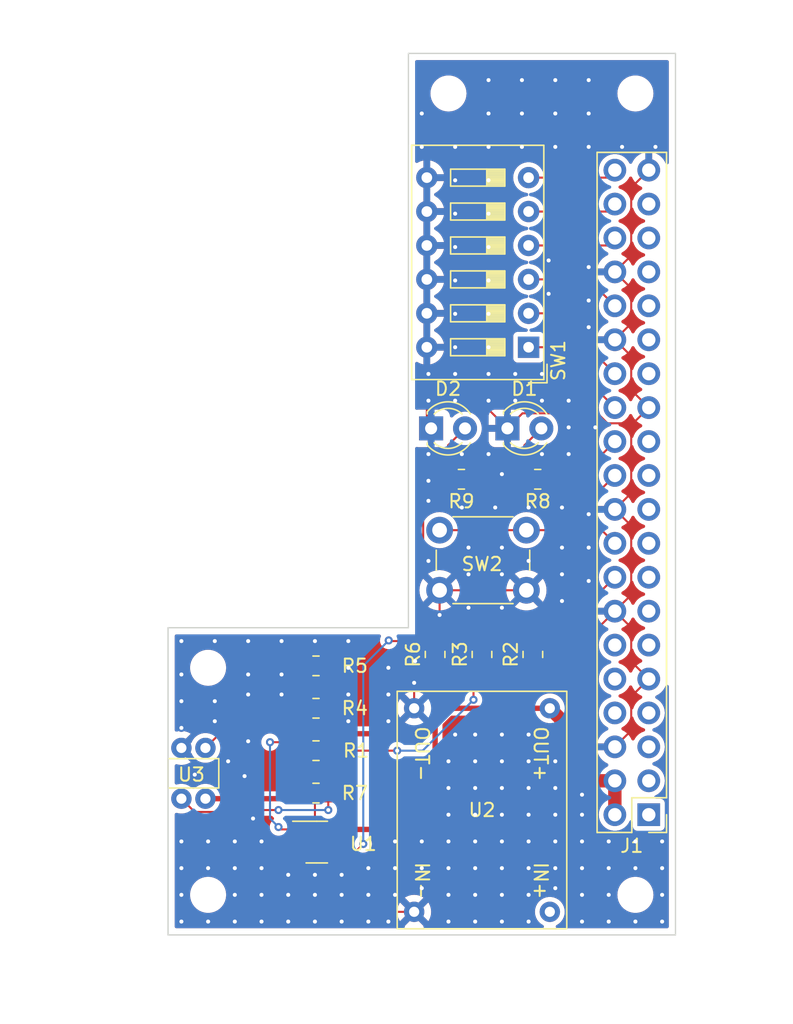
<source format=kicad_pcb>
(kicad_pcb (version 20221018) (generator pcbnew)
  (layers (0 "F.Cu" signal) (31 "B.Cu" signal) (34 "B.Paste" user) (35 "F.Paste" user) (36 "B.SilkS" user "B.Silkscreen") (37 "F.SilkS" user "F.Silkscreen") (38 "B.Mask" user) (39 "F.Mask" user) (44 "Edge.Cuts" user))
  (net 0 "")
  (net 1 "GND")
  (net 2 "Net-(D1-A)")
  (net 3 "Net-(D2-A)")
  (net 5 "+5V")
  (net 15 "Net-(J1-GPIO23)")
  (net 17 "Net-(J1-GPIO24)")
  (net 20 "Net-(J1-GPIO25)")
  (net 22 "Net-(J1-~{CE1}{slash}GPIO7)")
  (net 24 "Net-(J1-ID_SC{slash}GPIO1)")
  (net 27 "Net-(J1-PWM0{slash}GPIO12)")
  (net 30 "Net-(J1-GPIO16)")
  (net 32 "Net-(J1-GPIO20{slash}MOSI1)")
  (net 33 "Net-(J1-GPIO21{slash}SCLK1)")
  (net 34 "Net-(U1-+)")
  (net 35 "Net-(R4-Pad1)")
  (net 36 "Net-(U1--)")
  (net 37 "Net-(U3-A)")
  (net 38 "+9V")
  (net 39 "Net-(J1-~{CE0}{slash}GPIO8)")
  (footprint "LED_THT:LED_D3.0mm" (layer "F.Cu") (at 145.415 92.075)
    (fp_text reference "D1" (at 1.27 -2.96) (layer "F.SilkS"))
    (fp_text value "LED RED")
    (pad "1" thru_hole rect (at 0 0) (size 1.8 1.8) (drill 0.9) (layers "*.Cu" "*.Mask") (net 1 "GND"))
    (pad "2" thru_hole circle (at 2.54 0) (size 1.8 1.8) (drill 0.9) (layers "*.Cu" "*.Mask") (net 2 "Net-(D1-A)"))
  )
  (footprint "MountingHole:MountingHole_2.2mm_M2" (layer "F.Cu") (at 155 127)
    (fp_text reference "MH1" hide)
    (fp_text value "MountingHole_2.2mm_M2" hide)
    (pad "" np_thru_hole circle (at 0 0) (size 2.2 2.2) (drill 2.2) (layers "F&B.Cu" "*.Mask"))
  )
  (footprint "Connector_PinHeader_2.54mm:PinHeader_2x20_P2.54mm_Vertical" (layer "F.Cu") (at 156 121 180)
    (fp_text reference "J1" (at 1.27 -2.33) (layer "F.SilkS"))
    (fp_text value "Raspberry_Pi_zero2W")
    (pad "1" thru_hole rect (at 0 0 180) (size 1.7 1.7) (drill 1) (layers "*.Cu" "*.Mask"))
    (pad "2" thru_hole oval (at 2.54 0 180) (size 1.7 1.7) (drill 1) (layers "*.Cu" "*.Mask") (net 5 "+5V"))
    (pad "3" thru_hole oval (at 0 2.54 180) (size 1.7 1.7) (drill 1) (layers "*.Cu" "*.Mask"))
    (pad "4" thru_hole oval (at 2.54 2.54 180) (size 1.7 1.7) (drill 1) (layers "*.Cu" "*.Mask") (net 5 "+5V"))
    (pad "5" thru_hole oval (at 0 5.08 180) (size 1.7 1.7) (drill 1) (layers "*.Cu" "*.Mask"))
    (pad "6" thru_hole oval (at 2.54 5.08 180) (size 1.7 1.7) (drill 1) (layers "*.Cu" "*.Mask") (net 1 "GND"))
    (pad "7" thru_hole oval (at 0 7.62 180) (size 1.7 1.7) (drill 1) (layers "*.Cu" "*.Mask"))
    (pad "8" thru_hole oval (at 2.54 7.62 180) (size 1.7 1.7) (drill 1) (layers "*.Cu" "*.Mask"))
    (pad "9" thru_hole oval (at 0 10.16 180) (size 1.7 1.7) (drill 1) (layers "*.Cu" "*.Mask") (net 1 "GND"))
    (pad "10" thru_hole oval (at 2.54 10.16 180) (size 1.7 1.7) (drill 1) (layers "*.Cu" "*.Mask"))
    (pad "11" thru_hole oval (at 0 12.7 180) (size 1.7 1.7) (drill 1) (layers "*.Cu" "*.Mask"))
    (pad "12" thru_hole oval (at 2.54 12.7 180) (size 1.7 1.7) (drill 1) (layers "*.Cu" "*.Mask"))
    (pad "13" thru_hole oval (at 0 15.24 180) (size 1.7 1.7) (drill 1) (layers "*.Cu" "*.Mask"))
    (pad "14" thru_hole oval (at 2.54 15.24 180) (size 1.7 1.7) (drill 1) (layers "*.Cu" "*.Mask") (net 1 "GND"))
    (pad "15" thru_hole oval (at 0 17.78 180) (size 1.7 1.7) (drill 1) (layers "*.Cu" "*.Mask"))
    (pad "16" thru_hole oval (at 2.54 17.78 180) (size 1.7 1.7) (drill 1) (layers "*.Cu" "*.Mask") (net 15 "Net-(J1-GPIO23)"))
    (pad "17" thru_hole oval (at 0 20.32 180) (size 1.7 1.7) (drill 1) (layers "*.Cu" "*.Mask"))
    (pad "18" thru_hole oval (at 2.54 20.32 180) (size 1.7 1.7) (drill 1) (layers "*.Cu" "*.Mask") (net 17 "Net-(J1-GPIO24)"))
    (pad "19" thru_hole oval (at 0 22.86 180) (size 1.7 1.7) (drill 1) (layers "*.Cu" "*.Mask"))
    (pad "20" thru_hole oval (at 2.54 22.86 180) (size 1.7 1.7) (drill 1) (layers "*.Cu" "*.Mask") (net 1 "GND"))
    (pad "21" thru_hole oval (at 0 25.4 180) (size 1.7 1.7) (drill 1) (layers "*.Cu" "*.Mask"))
    (pad "22" thru_hole oval (at 2.54 25.4 180) (size 1.7 1.7) (drill 1) (layers "*.Cu" "*.Mask") (net 20 "Net-(J1-GPIO25)"))
    (pad "23" thru_hole oval (at 0 27.94 180) (size 1.7 1.7) (drill 1) (layers "*.Cu" "*.Mask"))
    (pad "24" thru_hole oval (at 2.54 27.94 180) (size 1.7 1.7) (drill 1) (layers "*.Cu" "*.Mask") (net 39 "Net-(J1-~{CE0}{slash}GPIO8)"))
    (pad "25" thru_hole oval (at 0 30.48 180) (size 1.7 1.7) (drill 1) (layers "*.Cu" "*.Mask") (net 1 "GND"))
    (pad "26" thru_hole oval (at 2.54 30.48 180) (size 1.7 1.7) (drill 1) (layers "*.Cu" "*.Mask") (net 22 "Net-(J1-~{CE1}{slash}GPIO7)"))
    (pad "27" thru_hole oval (at 0 33.02 180) (size 1.7 1.7) (drill 1) (layers "*.Cu" "*.Mask"))
    (pad "28" thru_hole oval (at 2.54 33.02 180) (size 1.7 1.7) (drill 1) (layers "*.Cu" "*.Mask") (net 24 "Net-(J1-ID_SC{slash}GPIO1)"))
    (pad "29" thru_hole oval (at 0 35.56 180) (size 1.7 1.7) (drill 1) (layers "*.Cu" "*.Mask"))
    (pad "30" thru_hole oval (at 2.54 35.56 180) (size 1.7 1.7) (drill 1) (layers "*.Cu" "*.Mask") (net 1 "GND"))
    (pad "31" thru_hole oval (at 0 38.1 180) (size 1.7 1.7) (drill 1) (layers "*.Cu" "*.Mask"))
    (pad "32" thru_hole oval (at 2.54 38.1 180) (size 1.7 1.7) (drill 1) (layers "*.Cu" "*.Mask") (net 27 "Net-(J1-PWM0{slash}GPIO12)"))
    (pad "33" thru_hole oval (at 0 40.64 180) (size 1.7 1.7) (drill 1) (layers "*.Cu" "*.Mask"))
    (pad "34" thru_hole oval (at 2.54 40.64 180) (size 1.7 1.7) (drill 1) (layers "*.Cu" "*.Mask") (net 1 "GND"))
    (pad "35" thru_hole oval (at 0 43.18 180) (size 1.7 1.7) (drill 1) (layers "*.Cu" "*.Mask"))
    (pad "36" thru_hole oval (at 2.54 43.18 180) (size 1.7 1.7) (drill 1) (layers "*.Cu" "*.Mask") (net 30 "Net-(J1-GPIO16)"))
    (pad "37" thru_hole oval (at 0 45.72 180) (size 1.7 1.7) (drill 1) (layers "*.Cu" "*.Mask"))
    (pad "38" thru_hole oval (at 2.54 45.72 180) (size 1.7 1.7) (drill 1) (layers "*.Cu" "*.Mask") (net 32 "Net-(J1-GPIO20{slash}MOSI1)"))
    (pad "39" thru_hole oval (at 0 48.26 180) (size 1.7 1.7) (drill 1) (layers "*.Cu" "*.Mask") (net 1 "GND"))
    (pad "40" thru_hole oval (at 2.54 48.26 180) (size 1.7 1.7) (drill 1) (layers "*.Cu" "*.Mask") (net 33 "Net-(J1-GPIO21{slash}SCLK1)"))
  )
  (footprint "Crockwork_Cinecamera:LBR-123F" (layer "F.Cu") (at 121 116 -90)
    (fp_text reference "U3" (at 2 -0.75 unlocked) (layer "F.SilkS"))
    (fp_text value "LBR-123F")
    (pad "1" thru_hole circle (at 0 0 270) (size 1.524 1.524) (drill 0.762) (layers "*.Cu" "*.Mask") (net 1 "GND"))
    (pad "2" thru_hole circle (at 3.8 0 270) (size 1.524 1.524) (drill 0.762) (layers "*.Cu" "*.Mask") (net 37 "Net-(U3-A)"))
    (pad "3" thru_hole circle (at 0 -1.8 270) (size 1.524 1.524) (drill 0.762) (layers "*.Cu" "*.Mask") (net 35 "Net-(R4-Pad1)"))
    (pad "4" thru_hole circle (at 3.8 -1.8 270) (size 1.524 1.524) (drill 0.762) (layers "*.Cu" "*.Mask") (net 5 "+5V"))
  )
  (footprint "Button_Switch_THT:SW_PUSH_6mm" (layer "F.Cu") (at 146.835 104.195 180)
    (fp_text reference "SW2" (at 3.325 1.96) (layer "F.SilkS"))
    (fp_text value "SW_shutdown")
    (pad "1" thru_hole circle (at 0 0 270) (size 2 2) (drill 1.1) (layers "*.Cu" "*.Mask") (net 1 "GND"))
    (pad "1" thru_hole circle (at 6.5 0 270) (size 2 2) (drill 1.1) (layers "*.Cu" "*.Mask") (net 1 "GND"))
    (pad "2" thru_hole circle (at 0 4.5 270) (size 2 2) (drill 1.1) (layers "*.Cu" "*.Mask") (net 17 "Net-(J1-GPIO24)"))
    (pad "2" thru_hole circle (at 6.5 4.5 270) (size 2 2) (drill 1.1) (layers "*.Cu" "*.Mask") (net 17 "Net-(J1-GPIO24)"))
  )
  (footprint "Package_TO_SOT_SMD:SOT-23-5" (layer "F.Cu") (at 131.1375 123.05)
    (fp_text reference "U1" (at 3.4825 0.14) (layer "F.SilkS"))
    (fp_text value "LM397")
    (pad "1" smd roundrect (at -1.1375 -0.95) (size 1.325 0.6) (layers "F.Cu" "F.Paste" "F.Mask") (net 36 "Net-(U1--)"))
    (pad "2" smd roundrect (at -1.1375 0) (size 1.325 0.6) (layers "F.Cu" "F.Paste" "F.Mask") (net 1 "GND"))
    (pad "3" smd roundrect (at -1.1375 0.95) (size 1.325 0.6) (layers "F.Cu" "F.Paste" "F.Mask") (net 34 "Net-(U1-+)"))
    (pad "4" smd roundrect (at 1.1375 0.95) (size 1.325 0.6) (layers "F.Cu" "F.Paste" "F.Mask") (net 15 "Net-(J1-GPIO23)"))
    (pad "5" smd roundrect (at 1.1375 -0.95) (size 1.325 0.6) (layers "F.Cu" "F.Paste" "F.Mask") (net 5 "+5V"))
  )
  (footprint "Button_Switch_THT:SW_DIP_SPSTx06_Slide_9.78x17.42mm_W7.62mm_P2.54mm" (layer "F.Cu") (at 147 86 180)
    (fp_text reference "SW1" (at -2.225 -0.995 90) (layer "F.SilkS"))
    (fp_text value "SW_DIP_x06")
    (pad "1" thru_hole rect (at 0 0 180) (size 1.6 1.6) (drill 0.8) (layers "*.Cu" "*.Mask") (net 22 "Net-(J1-~{CE1}{slash}GPIO7)"))
    (pad "2" thru_hole oval (at 0 2.54 180) (size 1.6 1.6) (drill 0.8) (layers "*.Cu" "*.Mask") (net 24 "Net-(J1-ID_SC{slash}GPIO1)"))
    (pad "3" thru_hole oval (at 0 5.08 180) (size 1.6 1.6) (drill 0.8) (layers "*.Cu" "*.Mask") (net 27 "Net-(J1-PWM0{slash}GPIO12)"))
    (pad "4" thru_hole oval (at 0 7.62 180) (size 1.6 1.6) (drill 0.8) (layers "*.Cu" "*.Mask") (net 30 "Net-(J1-GPIO16)"))
    (pad "5" thru_hole oval (at 0 10.16 180) (size 1.6 1.6) (drill 0.8) (layers "*.Cu" "*.Mask") (net 32 "Net-(J1-GPIO20{slash}MOSI1)"))
    (pad "6" thru_hole oval (at 0 12.7 180) (size 1.6 1.6) (drill 0.8) (layers "*.Cu" "*.Mask") (net 33 "Net-(J1-GPIO21{slash}SCLK1)"))
    (pad "7" thru_hole oval (at 7.62 12.7 180) (size 1.6 1.6) (drill 0.8) (layers "*.Cu" "*.Mask") (net 1 "GND"))
    (pad "8" thru_hole oval (at 7.62 10.16 180) (size 1.6 1.6) (drill 0.8) (layers "*.Cu" "*.Mask") (net 1 "GND"))
    (pad "9" thru_hole oval (at 7.62 7.62 180) (size 1.6 1.6) (drill 0.8) (layers "*.Cu" "*.Mask") (net 1 "GND"))
    (pad "10" thru_hole oval (at 7.62 5.08 180) (size 1.6 1.6) (drill 0.8) (layers "*.Cu" "*.Mask") (net 1 "GND"))
    (pad "11" thru_hole oval (at 7.62 2.54 180) (size 1.6 1.6) (drill 0.8) (layers "*.Cu" "*.Mask") (net 1 "GND"))
    (pad "12" thru_hole oval (at 7.62 0 180) (size 1.6 1.6) (drill 0.8) (layers "*.Cu" "*.Mask") (net 1 "GND"))
  )
  (footprint "MountingHole:MountingHole_2.2mm_M2" (layer "F.Cu") (at 155 67)
    (fp_text reference "MH1" hide)
    (fp_text value "MountingHole_2.2mm_M2" hide)
    (pad "" np_thru_hole circle (at 0 0) (size 2.2 2.2) (drill 2.2) (layers "F&B.Cu" "*.Mask"))
  )
  (footprint "Crockwork_Cinecamera:MP2307 DC-DC Board" (layer "F.Cu") (at 148.59 128.27 180)
    (fp_text reference "U2" (at 5.08 7.62 unlocked) (layer "F.SilkS"))
    (fp_text value "~")
    (fp_text user "OUT-" (at 10.16 13.97 270 unlocked) (layer "F.SilkS") (effects (justify left bottom)))
    (fp_text user "IN-" (at 10.16 3.81 270 unlocked) (layer "F.SilkS") (effects (justify left bottom)))
    (fp_text user "OUT+" (at 1.27 13.97 270 unlocked) (layer "F.SilkS") (effects (justify left bottom)))
    (fp_text user "IN+" (at 1.27 3.81 270 unlocked) (layer "F.SilkS") (effects (justify left bottom)))
    (pad "1" thru_hole circle (at 0 0 180) (size 1.524 1.524) (drill 0.762) (layers "*.Cu" "*.Mask") (net 38 "+9V"))
    (pad "2" thru_hole circle (at 10.16 0 180) (size 1.524 1.524) (drill 0.762) (layers "*.Cu" "*.Mask") (net 1 "GND"))
    (pad "3" thru_hole circle (at 0 15.24 180) (size 1.524 1.524) (drill 0.762) (layers "*.Cu" "*.Mask") (net 5 "+5V"))
    (pad "4" thru_hole circle (at 10.16 15.24 180) (size 1.524 1.524) (drill 0.762) (layers "*.Cu" "*.Mask") (net 1 "GND"))
  )
  (footprint "Resistor_SMD:R_0805_2012Metric_Pad1.20x1.40mm_HandSolder" (layer "F.Cu") (at 147.685 95.885 180)
    (fp_text reference "R8" (at 0 -1.65) (layer "F.SilkS"))
    (fp_text value "1k")
    (pad "1" smd roundrect (at -1 0 180) (size 1.2 1.4) (layers "F.Cu" "F.Paste" "F.Mask") (roundrect_rratio 0.208333) (net 39 "Net-(J1-~{CE0}{slash}GPIO8)"))
    (pad "2" smd roundrect (at 1 0 180) (size 1.2 1.4) (layers "F.Cu" "F.Paste" "F.Mask") (roundrect_rratio 0.208333) (net 2 "Net-(D1-A)"))
  )
  (footprint "Resistor_SMD:R_0805_2012Metric_Pad1.20x1.40mm_HandSolder" (layer "F.Cu") (at 140 109 90)
    (fp_text reference "R6" (at 0 -1.65 90) (layer "F.SilkS"))
    (fp_text value "2k2")
    (pad "1" smd roundrect (at -1 0 90) (size 1.2 1.4) (layers "F.Cu" "F.Paste" "F.Mask") (roundrect_rratio 0.208333) (net 5 "+5V"))
    (pad "2" smd roundrect (at 1 0 90) (size 1.2 1.4) (layers "F.Cu" "F.Paste" "F.Mask") (roundrect_rratio 0.208333) (net 15 "Net-(J1-GPIO23)"))
  )
  (footprint "LED_THT:LED_D3.0mm" (layer "F.Cu") (at 139.7 92.075)
    (fp_text reference "D2" (at 1.27 -2.96) (layer "F.SilkS"))
    (fp_text value "LED GREEN")
    (pad "1" thru_hole rect (at 0 0) (size 1.8 1.8) (drill 0.9) (layers "*.Cu" "*.Mask") (net 1 "GND"))
    (pad "2" thru_hole circle (at 2.54 0) (size 1.8 1.8) (drill 0.9) (layers "*.Cu" "*.Mask") (net 3 "Net-(D2-A)"))
  )
  (footprint "Resistor_SMD:R_0805_2012Metric_Pad1.20x1.40mm_HandSolder" (layer "F.Cu") (at 131.08 119.38)
    (fp_text reference "R7" (at 2.905 0) (layer "F.SilkS"))
    (fp_text value "220")
    (pad "1" smd roundrect (at -1 0) (size 1.2 1.4) (layers "F.Cu" "F.Paste" "F.Mask") (roundrect_rratio 0.208333) (net 5 "+5V"))
    (pad "2" smd roundrect (at 1 0) (size 1.2 1.4) (layers "F.Cu" "F.Paste" "F.Mask") (roundrect_rratio 0.208333) (net 37 "Net-(U3-A)"))
  )
  (footprint "Resistor_SMD:R_0805_2012Metric_Pad1.20x1.40mm_HandSolder" (layer "F.Cu") (at 131.08 116.205)
    (fp_text reference "R1" (at 3 0) (layer "F.SilkS"))
    (fp_text value "36k")
    (pad "1" smd roundrect (at -1 0) (size 1.2 1.4) (layers "F.Cu" "F.Paste" "F.Mask") (roundrect_rratio 0.208333) (net 5 "+5V"))
    (pad "2" smd roundrect (at 1 0) (size 1.2 1.4) (layers "F.Cu" "F.Paste" "F.Mask") (roundrect_rratio 0.208333) (net 34 "Net-(U1-+)"))
  )
  (footprint "MountingHole:MountingHole_2.2mm_M2" (layer "F.Cu") (at 123 127)
    (fp_text reference "MH1" hide)
    (fp_text value "MountingHole_2.2mm_M2" hide)
    (pad "" np_thru_hole circle (at 0 0) (size 2.2 2.2) (drill 2.2) (layers "F&B.Cu" "*.Mask"))
  )
  (footprint "MountingHole:MountingHole_2.2mm_M2" (layer "F.Cu") (at 123 110)
    (fp_text reference "MH1" hide)
    (fp_text value "MountingHole_2.2mm_M2" hide)
    (pad "" np_thru_hole circle (at 0 0) (size 2.2 2.2) (drill 2.2) (layers "F&B.Cu" "*.Mask"))
  )
  (footprint "Resistor_SMD:R_0805_2012Metric_Pad1.20x1.40mm_HandSolder" (layer "F.Cu") (at 131.08 109.855)
    (fp_text reference "R5" (at 2.905 0) (layer "F.SilkS"))
    (fp_text value "2k")
    (pad "1" smd roundrect (at -1 0) (size 1.2 1.4) (layers "F.Cu" "F.Paste" "F.Mask") (roundrect_rratio 0.208333) (net 35 "Net-(R4-Pad1)"))
    (pad "2" smd roundrect (at 1 0) (size 1.2 1.4) (layers "F.Cu" "F.Paste" "F.Mask") (roundrect_rratio 0.208333) (net 1 "GND"))
  )
  (footprint "Resistor_SMD:R_0805_2012Metric_Pad1.20x1.40mm_HandSolder" (layer "F.Cu") (at 141.97 95.885 180)
    (fp_text reference "R9" (at 0 -1.65) (layer "F.SilkS"))
    (fp_text value "1k")
    (pad "1" smd roundrect (at -1 0 180) (size 1.2 1.4) (layers "F.Cu" "F.Paste" "F.Mask") (roundrect_rratio 0.208333) (net 20 "Net-(J1-GPIO25)"))
    (pad "2" smd roundrect (at 1 0 180) (size 1.2 1.4) (layers "F.Cu" "F.Paste" "F.Mask") (roundrect_rratio 0.208333) (net 3 "Net-(D2-A)"))
  )
  (footprint "Resistor_SMD:R_0805_2012Metric_Pad1.20x1.40mm_HandSolder" (layer "F.Cu") (at 147.32 109 90)
    (fp_text reference "R2" (at 0 -1.65 90) (layer "F.SilkS"))
    (fp_text value "1k")
    (pad "1" smd roundrect (at -1 0 90) (size 1.2 1.4) (layers "F.Cu" "F.Paste" "F.Mask") (roundrect_rratio 0.208333) (net 34 "Net-(U1-+)"))
    (pad "2" smd roundrect (at 1 0 90) (size 1.2 1.4) (layers "F.Cu" "F.Paste" "F.Mask") (roundrect_rratio 0.208333) (net 1 "GND"))
  )
  (footprint "Resistor_SMD:R_0805_2012Metric_Pad1.20x1.40mm_HandSolder" (layer "F.Cu") (at 131.08 113.03)
    (fp_text reference "R4" (at 2.905 0) (layer "F.SilkS"))
    (fp_text value "220")
    (pad "1" smd roundrect (at -1 0) (size 1.2 1.4) (layers "F.Cu" "F.Paste" "F.Mask") (roundrect_rratio 0.208333) (net 35 "Net-(R4-Pad1)"))
    (pad "2" smd roundrect (at 1 0) (size 1.2 1.4) (layers "F.Cu" "F.Paste" "F.Mask") (roundrect_rratio 0.208333) (net 36 "Net-(U1--)"))
  )
  (footprint "MountingHole:MountingHole_2.2mm_M2" (layer "F.Cu") (at 141 67)
    (fp_text reference "MH1" hide)
    (fp_text value "MountingHole_2.2mm_M2" hide)
    (pad "" np_thru_hole circle (at 0 0) (size 2.2 2.2) (drill 2.2) (layers "*.Cu" "*.Mask"))
  )
  (footprint "Resistor_SMD:R_0805_2012Metric_Pad1.20x1.40mm_HandSolder" (layer "F.Cu") (at 143.51 109 90)
    (fp_text reference "R3" (at 0 -1.65 90) (layer "F.SilkS"))
    (fp_text value "12k")
    (pad "1" smd roundrect (at -1 0 90) (size 1.2 1.4) (layers "F.Cu" "F.Paste" "F.Mask") (roundrect_rratio 0.208333) (net 34 "Net-(U1-+)"))
    (pad "2" smd roundrect (at 1 0 90) (size 1.2 1.4) (layers "F.Cu" "F.Paste" "F.Mask") (roundrect_rratio 0.208333) (net 15 "Net-(J1-GPIO23)"))
  )
  (gr_line (start 158 64) (end 158 130) (stroke (width 0.1)) (layer "Edge.Cuts"))
  (gr_line (start 138 107) (end 138 64) (stroke (width 0.1)) (layer "Edge.Cuts"))
  (gr_line (start 120 130) (end 120 107) (stroke (width 0.1)) (layer "Edge.Cuts"))
  (gr_line (start 158 130) (end 120 130) (stroke (width 0.1)) (layer "Edge.Cuts"))
  (gr_line (start 138 64) (end 158 64) (stroke (width 0.1)) (layer "Edge.Cuts"))
  (gr_line (start 120 107) (end 138 107) (stroke (width 0.1)) (layer "Edge.Cuts"))
  (segment (start 123.5 114) (end 123 114) (width 0.1524) (layer "F.Cu") (net 1))
  (segment (start 151.22 108) (end 153.46 105.76) (width 0.1524) (layer "F.Cu") (net 1))
  (segment (start 152.1604 90.9464) (end 152.908 91.694) (width 0.1524) (layer "F.Cu") (net 1))
  (segment (start 154.826 91.694) (end 156 90.52) (width 0.1524) (layer "F.Cu") (net 1))
  (segment (start 139.5 96) (end 139.5 96.085) (width 0.1524) (layer "F.Cu") (net 1))
  (segment (start 139.38 87.88) (end 139.5 88) (width 0.1524) (layer "F.Cu") (net 1))
  (segment (start 132.08 109.855) (end 131.1514 108.9264) (width 0.1524) (layer "F.Cu") (net 1))
  (segment (start 126.505 123.05) (end 126.365 123.19) (width 0.1524) (layer "F.Cu") (net 1))
  (segment (start 135.255 111.125) (end 133.985 109.855) (width 0.1524) (layer "F.Cu") (net 1))
  (segment (start 123.5 113.5) (end 123.5 114) (width 0.1524) (layer "F.Cu") (net 1))
  (segment (start 139.38 86) (end 139.38 83.46) (width 0.1524) (layer "F.Cu") (net 1))
  (segment (start 146.86 98.14) (end 147 98) (width 0.1524) (layer "F.Cu") (net 1))
  (segment (start 126.5 110.5) (end 126 110.5) (width 0.1524) (layer "F.Cu") (net 1))
  (segment (start 123.11 118.11) (end 121 116) (width 0.1524) (layer "F.Cu") (net 1))
  (segment (start 126.365 123.19) (end 126.365 121.285) (width 0.1524) (layer "F.Cu") (net 1))
  (segment (start 139.38 90.12) (end 139.38 91.755) (width 0.1524) (layer "F.Cu") (net 1))
  (segment (start 139.1064 96.52) (end 139.1064 102.9664) (width 0.1524) (layer "F.Cu") (net 1))
  (segment (start 144.36 98.14) (end 144.5 98) (width 0.1524) (layer "F.Cu") (net 1))
  (segment (start 126 110.5) (end 126 111) (width 0.1524) (layer "F.Cu") (net 1))
  (segment (start 154.686 81.586) (end 154.686 84.214) (width 0.1524) (layer "F.Cu") (net 1))
  (segment (start 153.46 98.14) (end 154.686 96.914) (width 0.1524) (layer "F.Cu") (net 1))
  (segment (start 127.05 123.05) (end 127 123) (width 0.1524) (layer "F.Cu") (net 1))
  (segment (start 140.335 104.195) (end 140.335 106.045) (width 0.1524) (layer "F.Cu") (net 1))
  (segment (start 139.38 80.92) (end 139.38 78.38) (width 0.1524) (layer "F.Cu") (net 1))
  (segment (start 154.686 114.694) (end 153.46 115.92) (width 0.1524) (layer "F.Cu") (net 1))
  (segment (start 139.1064 96.52) (end 140.7264 98.14) (width 0.1524) (layer "F.Cu") (net 1))
  (segment (start 127 123) (end 126.95 123.05) (width 0.1524) (layer "F.Cu") (net 1))
  (segment (start 151.5 98.5) (end 151.86 98.14) (width 0.1524) (layer "F.Cu") (net 1))
  (segment (start 133.355 109.855) (end 132.08 109.855) (width 0.1524) (layer "F.Cu") (net 1))
  (segment (start 139.38 91.755) (end 139.7 92.075) (width 0.1524) (layer "F.Cu") (net 1))
  (segment (start 140.74471 104.195) (end 140.539855 104.399855) (width 0.1524) (layer "F.Cu") (net 1))
  (segment (start 151.86 98.14) (end 153.46 98.14) (width 0.1524) (layer "F.Cu") (net 1))
  (segment (start 140.7264 98.14) (end 141.86 98.14) (width 0.1524) (layer "F.Cu") (net 1))
  (segment (start 145.415 92.075) (end 146.5436 90.9464) (width 0.1524) (layer "F.Cu") (net 1))
  (segment (start 154.686 89.206) (end 156 90.52) (width 0.1524) (layer "F.Cu") (net 1))
  (segment (start 139.38 83.46) (end 139.38 80.92) (width 0.1524) (layer "F.Cu") (net 1))
  (segment (start 149.5 98) (end 149.64 98.14) (width 0.1524) (layer "F.Cu") (net 1))
  (segment (start 125.73 118.11) (end 123.11 118.11) (width 0.1524) (layer "F.Cu") (net 1))
  (segment (start 139.5 88) (end 139.38 88.12) (width 0.1524) (layer "F.Cu") (net 1))
  (segment (start 141.86 98.14) (end 142 98) (width 0.1524) (layer "F.Cu") (net 1))
  (segment (start 139.7 93.8) (end 139.5 94) (width 0.1524) (layer "F.Cu") (net 1))
  (segment (start 130 123.05) (end 130.67 123.05) (width 0.1524) (layer "F.Cu") (net 1))
  (segment (start 138.43 128.27) (end 128.905 128.27) (width 0.1524) (layer "F.Cu") (net 1))
  (segment (start 154.686 84.214) (end 153.46 85.44) (width 0.1524) (layer "F.Cu") (net 1))
  (segment (start 139.38 89.535) (end 139.38 89.88) (width 0.1524) (layer "F.Cu") (net 1))
  (segment (start 139.5 94) (end 139.7 94.2) (width 0.1524) (layer "F.Cu") (net 1))
  (segment (start 154.686 99.366) (end 154.686 104.534) (width 0.1524) (layer "F.Cu") (net 1))
  (segment (start 153.46 98.14) (end 154.686 99.366) (width 0.1524) (layer "F.Cu") (net 1))
  (segment (start 142.875 89.535) (end 145.415 92.075) (width 0.1524) (layer "F.Cu") (net 1))
  (segment (start 139.7 95.885) (end 139.585 96) (width 0.1524) (layer "F.Cu") (net 1))
  (segment (start 156 72.74) (end 154.686 74.054) (width 0.1524) (layer "F.Cu") (net 1))
  (segment (start 151.22 108) (end 147.32 108) (width 0.1524) (layer "F.Cu") (net 1))
  (segment (start 154.686 86.666) (end 154.686 89.206) (width 0.1524) (layer "F.Cu") (net 1))
  (segment (start 153.46 85.44) (end 154.686 86.666) (width 0.1524) (layer "F.Cu") (net 1))
  (segment (start 126.365 125.73) (end 126.365 123.19) (width 0.1524) (layer "F.Cu") (net 1))
  (segment (start 149.64 98.14) (end 151.14 98.14) (width 0.1524) (layer "F.Cu") (net 1))
  (segment (start 139.38 88.12) (end 139.38 89.535) (width 0.1524) (layer "F.Cu") (net 1))
  (segment (start 153.46 105.76) (end 154.686 106.986) (width 0.1524) (layer "F.Cu") (net 1))
  (segment (start 142.14 98.14) (end 144.36 98.14) (width 0.1524) (layer "F.Cu") (net 1))
  (segment (start 139.7 94.2) (end 139.7 95.885) (width 0.1524) (layer "F.Cu") (net 1))
  (segment (start 139.1064 96.4786) (end 139.1064 96.52) (width 0.1524) (layer "F.Cu") (net 1))
  (segment (start 139.1064 102.9664) (end 140.335 104.195) (width 0.1524) (layer "F.Cu") (net 1))
  (segment (start 154.686 74.054) (end 154.686 79.134) (width 0.1524) (layer "F.Cu") (net 1))
  (segment (start 128.905 128.27) (end 126.365 125.73) (width 0.1524) (layer "F.Cu") (net 1))
  (segment (start 139.585 96) (end 139.5 96) (width 0.1524) (layer "F.Cu") (net 1))
  (segment (start 139.695 86.315) (end 139.38 86) (width 0.1524) (layer "F.Cu") (net 1))
  (segment (start 126 111) (end 123.5 113.5) (width 0.1524) (layer "F.Cu") (net 1))
  (segment (start 154.686 104.534) (end 153.46 105.76) (width 0.1524) (layer "F.Cu") (net 1))
  (segment (start 131.1514 108.9264) (end 128.0736 108.9264) (width 0.1524) (layer "F.Cu") (net 1))
  (segment (start 147 98) (end 147.14 98.14) (width 0.1524) (layer "F.Cu") (net 1))
  (segment (start 154.686 106.986) (end 154.686 109.526) (width 0.1524) (layer "F.Cu") (net 1))
  (segment (start 139.5 90) (end 139.38 90.12) (width 0.1524) (layer "F.Cu") (net 1))
  (segment (start 154.686 91.694) (end 154.826 91.694) (width 0.1524) (layer "F.Cu") (net 1))
  (segment (start 139.38 75.84) (end 139.38 73.3) (width 0.1524) (layer "F.Cu") (net 1))
  (segment (start 154.686 109.526) (end 156 110.84) (width 0.1524) (layer "F.Cu") (net 1))
  (segment (start 139.38 89.88) (end 139.5 90) (width 0.1524) (layer "F.Cu") (net 1))
  (segment (start 146.5436 90.9464) (end 152.1604 90.9464) (width 0.1524) (layer "F.Cu") (net 1))
  (segment (start 139.38 89.535) (end 142.875 89.535) (width 0.1524) (layer "F.Cu") (net 1))
  (segment (start 154.686 112.154) (end 154.686 114.694) (width 0.1524) (layer "F.Cu") (net 1))
  (segment (start 133.985 109.855) (end 133.645 109.855) (width 0.1524) (layer "F.Cu") (net 1))
  (segment (start 139.5 96.085) (end 139.1064 96.4786) (width 0.1524) (layer "F.Cu") (net 1))
  (segment (start 154.686 96.914) (end 154.686 91.694) (width 0.1524) (layer "F.Cu") (net 1))
  (segment (start 133.645 109.855) (end 133.5 110) (width 0.1524) (layer "F.Cu") (net 1))
  (segment (start 144.64 98.14) (end 146.86 98.14) (width 0.1524) (layer "F.Cu") (net 1))
  (segment (start 152.908 91.694) (end 154.686 91.694) (width 0.1524) (layer "F.Cu") (net 1))
  (segment (start 133.5 110) (end 133.355 109.855) (width 0.1524) (layer "F.Cu") (net 1))
  (segment (start 155.86 90.52) (end 156 90.52) (width 0.1524) (layer "F.Cu") (net 1))
  (segment (start 144.5 98) (end 144.64 98.14) (width 0.1524) (layer "F.Cu") (net 1))
  (segment (start 142 98) (end 142.14 98.14) (width 0.1524) (layer "F.Cu") (net 1))
  (segment (start 151.14 98.14) (end 151.5 98.5) (width 0.1524) (layer "F.Cu") (net 1))
  (segment (start 130 123.05) (end 127.05 123.05) (width 0.1524) (layer "F.Cu") (net 1))
  (segment (start 146.835 104.195) (end 140.74471 104.195) (width 0.1524) (layer "F.Cu") (net 1))
  (segment (start 153.46 80.36) (end 154.686 81.586) (width 0.1524) (layer "F.Cu") (net 1))
  (segment (start 123 114) (end 121 116) (width 0.1524) (layer "F.Cu") (net 1))
  (segment (start 156 110.84) (end 154.686 112.154) (width 0.1524) (layer "F.Cu") (net 1))
  (segment (start 126.95 123.05) (end 126.505 123.05) (width 0.1524) (layer "F.Cu") (net 1))
  (segment (start 139.7 92.075) (end 139.7 93.8) (width 0.1524) (layer "F.Cu") (net 1))
  (segment (start 149.36 98.14) (end 149.5 98) (width 0.1524) (layer "F.Cu") (net 1))
  (segment (start 139.38 86) (end 139.38 87.88) (width 0.1524) (layer "F.Cu") (net 1))
  (segment (start 147.14 98.14) (end 149.36 98.14) (width 0.1524) (layer "F.Cu") (net 1))
  (segment (start 128.0736 108.9264) (end 126.5 110.5) (width 0.1524) (layer "F.Cu") (net 1))
  (segment (start 139.38 78.38) (end 139.38 75.84) (width 0.1524) (layer "F.Cu") (net 1))
  (segment (start 138.43 111.125) (end 138.43 113.03) (width 0.1524) (layer "F.Cu") (net 1))
  (segment (start 138.43 111.125) (end 135.255 111.125) (width 0.1524) (layer "F.Cu") (net 1))
  (segment (start 154.686 79.134) (end 153.46 80.36) (width 0.1524) (layer "F.Cu") (net 1))
  (via (at 144 88) (size 0.605) (drill 0.3) (layers "F.Cu" "B.Cu") (net 1))
  (via (at 133.5 110) (size 0.605) (drill 0.3) (layers "F.Cu" "B.Cu") (net 1))
  (via (at 128.5 112) (size 0.605) (drill 0.3) (layers "F.Cu" "B.Cu") (net 1))
  (via (at 146 88) (size 0.605) (drill 0.3) (layers "F.Cu" "B.Cu") (net 1))
  (via (at 147 121) (size 0.605) (drill 0.3) (layers "F.Cu" "B.Cu") (net 1))
  (via (at 154 71) (size 0.605) (drill 0.3) (layers "F.Cu" "B.Cu") (net 1))
  (via (at 145 123) (size 0.605) (drill 0.3) (layers "F.Cu" "B.Cu") (net 1))
  (via (at 139.5 96) (size 0.605) (drill 0.3) (layers "F.Cu" "B.Cu") (net 1))
  (via (at 125 129) (size 0.605) (drill 0.3) (layers "F.Cu" "B.Cu") (net 1))
  (via (at 121 108) (size 0.605) (drill 0.3) (layers "F.Cu" "B.Cu") (net 1))
  (via (at 151 119.5) (size 0.605) (drill 0.3) (layers "F.Cu" "B.Cu") (net 1))
  (via (at 137 125) (size 0.605) (drill 0.3) (layers "F.Cu" "B.Cu") (net 1))
  (via (at 121 110.5) (size 0.605) (drill 0.3) (layers "F.Cu" "B.Cu") (net 1))
  (via (at 147 129) (size 0.605) (drill 0.3) (layers "F.Cu" "B.Cu") (net 1))
  (via (at 121 112.5) (size 0.605) (drill 0.3) (layers "F.Cu" "B.Cu") (net 1))
  (via (at 131 108) (size 0.605) (drill 0.3) (layers "F.Cu" "B.Cu") (net 1))
  (via (at 143 125) (size 0.605) (drill 0.3) (layers "F.Cu" "B.Cu") (net 1))
  (via (at 147 115) (size 0.605) (drill 0.3) (layers "F.Cu" "B.Cu") (net 1))
  (via (at 127 127) (size 0.605) (drill 0.3) (layers "F.Cu" "B.Cu") (net 1))
  (via (at 143 121) (size 0.605) (drill 0.3) (layers "F.Cu" "B.Cu") (net 1))
  (via (at 144 86) (size 0.605) (drill 0.3) (layers "F.Cu" "B.Cu") (net 1))
  (via (at 139.5 88) (size 0.605) (drill 0.3) (layers "F.Cu" "B.Cu") (net 1))
  (via (at 133 129) (size 0.605) (drill 0.3) (layers "F.Cu" "B.Cu") (net 1))
  (via (at 151.5 98.5) (size 0.605) (drill 0.3) (layers "F.Cu" "B.Cu") (net 1))
  (via (at 149 68.5) (size 0.605) (drill 0.3) (layers "F.Cu" "B.Cu") (net 1))
  (via (at 147 119) (size 0.605) (drill 0.3) (layers "F.Cu" "B.Cu") (net 1))
  (via (at 139.5 97.5) (size 0.605) (drill 0.3) (layers "F.Cu" "B.Cu") (net 1))
  (via (at 149.5 98) (size 0.605) (drill 0.3) (layers "F.Cu" "B.Cu") (net 1))
  (via (at 127 125) (size 0.605) (drill 0.3) (layers "F.Cu" "B.Cu") (net 1))
  (via (at 157 123) (size 0.605) (drill 0.3) (layers "F.Cu" "B.Cu") (net 1))
  (via (at 137 127) (size 0.605) (drill 0.3) (layers "F.Cu" "B.Cu") (net 1))
  (via (at 125 123) (size 0.605) (drill 0.3) (layers "F.Cu" "B.Cu") (net 1))
  (via (at 125 125) (size 0.605) (drill 0.3) (layers "F.Cu" "B.Cu") (net 1))
  (via (at 123.5 108) (size 0.605) (drill 0.3) (layers "F.Cu" "B.Cu") (net 1))
  (via (at 141 117) (size 0.605) (drill 0.3) (layers "F.Cu" "B.Cu") (net 1))
  (via (at 145 101) (size 0.605) (drill 0.3) (layers "F.Cu" "B.Cu") (net 1))
  (via (at 148.5 79.5) (size 0.605) (drill 0.3) (layers "F.Cu" "B.Cu") (net 1))
  (via (at 128.5 108) (size 0.605) (drill 0.3) (layers "F.Cu" "B.Cu") (net 1))
  (via (at 123 123) (size 0.605) (drill 0.3) (layers "F.Cu" "B.Cu") (net 1))
  (via (at 150 94) (size 0.605) (drill 0.3) (layers "F.Cu" "B.Cu") (net 1))
  (via (at 129 129) (size 0.605) (drill 0.3) (layers "F.Cu" "B.Cu") (net 1))
  (via (at 145 117) (size 0.605) (drill 0.3) (layers "F.Cu" "B.Cu") (net 1))
  (via (at 133.5 108) (size 0.605) (drill 0.3) (layers "F.Cu" "B.Cu") (net 1))
  (via (at 133.5 114) (size 0.605) (drill 0.3) (layers "F.Cu" "B.Cu") (net 1))
  (via (at 143 117) (size 0.605) (drill 0.3) (layers "F.Cu" "B.Cu") (net 1))
  (via (at 150 90) (size 0.605) (drill 0.3) (layers "F.Cu" "B.Cu") (net 1))
  (via (at 153 125) (size 0.605) (drill 0.3) (layers "F.Cu" "B.Cu") (net 1))
  (via (at 147 125) (size 0.605) (drill 0.3) (layers "F.Cu" "B.Cu") (net 1))
  (via (at 141 119) (size 0.605) (drill 0.3) (layers "F.Cu" "B.Cu") (net 1))
  (via (at 149 71) (size 0.605) (drill 0.3) (layers "F.Cu" "B.Cu") (net 1))
  (via (at 136.5 129) (size 0.605) (drill 0.3) (layers "F.Cu" "B.Cu") (net 1))
  (via (at 121 125) (size 0.605) (drill 0.3) (layers "F.Cu" "B.Cu") (net 1))
  (via (at 144 90) (size 0.605) (drill 0.3) (layers "F.Cu" "B.Cu") (net 1))
  (via (at 141 125) (size 0.605) (drill 0.3) (layers "F.Cu" "B.Cu") (net 1))
  (via (at 143 119) (size 0.605) (drill 0.3) (layers "F.Cu" "B.Cu") (net 1))
  (via (at 126.365 121.285) (size 0.605) (drill 0.3) (layers "F.Cu" "B.Cu") (net 1))
  (via (at 147 102) (size 0.605) (drill 0.3) (layers "F.Cu" "B.Cu") (net 1))
  (via (at 139 125) (size 0.605) (drill 0.3) (layers "F.Cu" "B.Cu") (net 1))
  (via (at 143 115) (size 0.605) (drill 0.3) (layers "F.Cu" "B.Cu") (net 1))
  (via (at 143 129) (size 0.605) (drill 0.3) (layers "F.Cu" "B.Cu") (net 1))
  (via (at 156.5 71) (size 0.605) (drill 0.3) (layers "F.Cu" "B.Cu") (net 1))
  (via (at 126 108) (size 0.605) (drill 0.3) (layers "F.Cu" "B.Cu") (net 1))
  (via (at 136.5 110) (size 0.605) (drill 0.3) (layers "F.Cu" "B.Cu") (net 1))
  (via (at 142 98) (size 0.605) (drill 0.3) (layers "F.Cu" "B.Cu") (net 1))
  (via (at 144 83.5) (size 0.605) (drill 0.3) (layers "F.Cu" "B.Cu") (net 1))
  (via (at 121 123) (size 0.605) (drill 0.3) (layers "F.Cu" "B.Cu") (net 1))
  (via (at 144 71) (size 0.605) (drill 0.3) (layers "F.Cu" "B.Cu") (net 1))
  (via (at 145 127) (size 0.605) (drill 0.3) (layers "F.Cu" "B.Cu") (net 1))
  (via (at 139 123) (size 0.605) (drill 0.3) (layers "F.Cu" "B.Cu") (net 1))
  (via (at 149 125) (size 0.605) (drill 0.3) (layers "F.Cu" "B.Cu") (net 1))
  (via (at 135 129) (size 0.605) (drill 0.3) (layers "F.Cu" "B.Cu") (net 1))
  (via (at 157 129) (size 0.605) (drill 0.3) (layers "F.Cu" "B.Cu") (net 1))
  (via (at 121 127) (size 0.605) (drill 0.3) (layers "F.Cu" "B.Cu") (net 1))
  (via (at 145 105.5) (size 0.605) (drill 0.3) (layers "F.Cu" "B.Cu") (net 1))
  (via (at 123 125) (size 0.605) (drill 0.3) (layers "F.Cu" "B.Cu") (net 1))
  (via (at 133 127) (size 0.605) (drill 0.3) (layers "F.Cu" "B.Cu") (net 1))
  (via (at 144 78.5) (size 0.605) (drill 0.3) (layers "F.Cu" "B.Cu") (net 1))
  (via (at 148 88) (size 0.605) (drill 0.3) (layers "F.Cu" "B.Cu") (net 1))
  (via (at 121 114.5) (size 0.605) (drill 0.3) (layers "F.Cu" "B.Cu") (net 1))
  (via (at 155 125) (size 0.605) (drill 0.3) (layers "F.Cu" "B.Cu") (net 1))
  (via (at 146.5 71) (size 0.605) (drill 0.3) (layers "F.Cu" "B.Cu") (net 1))
  (via (at 141.5 83.5) (size 0.605) (drill 0.3) (layers "F.Cu" "B.Cu") (net 1))
  (via (at 144 68.5) (size 0.605) (drill 0.3) (layers "F.Cu" "B.Cu") (net 1))
  (via (at 151.5 80) (size 0.605) (drill 0.3) (layers "F.Cu" "B.Cu") (net 1))
  (via (at 147 123) (size 0.605) (drill 0.3) (layers "F.Cu" "B.Cu") (net 1))
  (via (at 151.5 66) (size 0.605) (drill 0.3) (layers "F.Cu" "B.Cu") (net 1))
  (via (at 146.5 66) (size 0.605) (drill 0.3) (layers "F.Cu" "B.Cu") (net 1))
  (via (at 142 94) (size 0.605) (drill 0.3) (layers "F.Cu" "B.Cu") (net 1))
  (via (at 131 125.5) (size 0.605) (drill 0.3) (layers "F.Cu" "B.Cu") (net 1))
  (via (at 136.5 114) (size 0.605) (drill 0.3) (layers "F.Cu" "B.Cu") (net 1))
  (via (at 131 127) (size 0.605) (drill 0.3) (layers "F.Cu" "B.Cu") (net 1))
  (via (at 147 98) (size 0.605) (drill 0.3) (layers "F.Cu" "B.Cu") (net 1))
  (via (at 139 71) (size 0.605) (drill 0.3) (layers "F.Cu" "B.Cu") (net 1))
  (via (at 127 129) (size 0.605) (drill 0.3) (layers "F.Cu" "B.Cu") (net 1))
  (via (at 141 123) (size 0.605) (drill 0.3) (layers "F.Cu" "B.Cu") (net 1))
  (via (at 142.5 101) (size 0.605) (drill 0.3) (layers "F.Cu" "B.Cu") (net 1))
  (via (at 149 121) (size 0.605) (drill 0.3) (layers "F.Cu" "B.Cu") (net 1))
  (via (at 151 125) (size 0.605) (drill 0.3) (layers "F.Cu" "B.Cu") (net 1))
  (via (at 143 127) (size 0.605) (drill 0.3) (layers "F.Cu" "B.Cu") (net 1))
  (via (at 145 115) (size 0.605) (drill 0.3) (layers "F.Cu" "B.Cu") (net 1))
  (via (at 141.5 76) (size 0.605) (drill 0.3) (layers "F.Cu" "B.Cu") (net 1))
  (via (at 149 117) (size 0.605) (drill 0.3) (layers "F.Cu" "B.Cu") (net 1))
  (via (at 124.5 117) (size 0.605) (drill 0.3) (layers "F.Cu" "B.Cu") (net 1))
  (via (at 143 123) (size 0.605) (drill 0.3) (layers "F.Cu" "B.Cu") (net 1))
  (via (at 138.43 111.125) (size 0.605) (drill 0.3) (layers "F.Cu" "B.Cu") (net 1))
  (via (at 131 129) (size 0.605) (drill 0.3) (layers "F.Cu" "B.Cu") (net 1))
  (via (at 138.5 109.5) (size 0.605) (drill 0.3) (layers "F.Cu" "B.Cu") (net 1))
  (via (at 128.5 110.5) (size 0.605) (drill 0.3) (layers "F.Cu" "B.Cu") (net 1))
  (via (at 139.5 94) (size 0.605) (drill 0.3) (layers "F.Cu" "B.Cu") (net 1))
  (via (at 149.5 103) (size 0.605) (drill 0.3) (layers "F.Cu" "B.Cu") (net 1))
  (via (at 122 118) (size 0.605) (drill 0.3) (layers "F.Cu" "B.Cu") (net 1))
  (via (at 142.5 105.5) (size 0.605) (drill 0.3) (layers "F.Cu" "B.Cu") (net 1))
  (via (at 135 125) (size 0.605) (drill 0.3) (layers "F.Cu" "B.Cu") (net 1))
  (via (at 147 117) (size 0.605) (drill 0.3) (layers "F.Cu" "B.Cu") (net 1))
  (via (at 146 90) (size 0.605) (drill 0.3) (layers "F.Cu" "B.Cu") (net 1))
  (via (at 144 76) (size 0.605) (drill 0.3) (layers "F.Cu" "B.Cu") (net 1))
  (via (at 145 121) (size 0.605) (drill 0.3) (layers "F.Cu" "B.Cu") (net 1))
  (via (at 145 95.5) (size 0.605) (drill 0.3) (layers "F.Cu" "B.Cu") (net 1))
  (via (at 149.5 105) (size 0.605) (drill 0.3) (layers "F.Cu" "B.Cu") (net 1))
  (via (at 147 127) (size 0.605) (drill 0.3) (layers "F.Cu" "B.Cu") (net 1))
  (via (at 135 127) (size 0.605) (drill 0.3) (layers "F.Cu" "B.Cu") (net 1))
  (via (at 133 125.5) (size 0.605) (drill 0.3) (layers "F.Cu" "B.Cu") (net 1))
  (via (at 123.5 112.5) (size 0.605) (drill 0.3) (layers "F.Cu" "B.Cu") (net 1))
  (via (at 148 90) (size 0.605) (drill 0.3) (layers "F.Cu" "B.Cu") (net 1))
  (via (at 151 121) (size 0.605) (drill 0.3) (layers "F.Cu" "B.Cu") (net 1))
  (via (at 133.5 112) (size 0.605) (drill 0.3) (layers "F.Cu" "B.Cu") (net 1))
  (via (at 149.5 101) (size 0.605) (drill 0.3) (layers "F.Cu" "B.Cu") (net 1))
  (via (at 141.5 71) (size 0.605) (drill 0.3) (layers "F.Cu" "B.Cu") (net 1))
  (via (at 125.73 118.11) (size 0.605) (drill 0.3) (layers "F.Cu" "B.Cu") (net 1))
  (via (at 141.5 88) (size 0.605) (drill 0.3) (layers "F.Cu" "B.Cu") (net 1))
  (via (at 129 127) (size 0.605) (drill 0.3) (layers "F.Cu" "B.Cu") (net 1))
  (via (at 155 129) (size 0.605) (drill 0.3) (layers "F.Cu" "B.Cu") (net 1))
  (via (at 151.5 101) (size 0.605) (drill 0.3) (layers "F.Cu" "B.Cu") (net 1))
  (via (at 151.5 103.5) (size 0.605) (drill 0.3) (layers "F.Cu" "B.Cu") (net 1))
  (via (at 140.335 106.045) (size 0.605) (drill 0.3) (layers "F.Cu" "B.Cu") (net 1))
  (via (at 141.5 90) (size 0.605) (drill 0.3) (layers "F.Cu" "B.Cu") (net 1))
  (via (at 151.5 71) (size 0.605) (drill 0.3) (layers "F.Cu" "B.Cu") (net 1))
  (via (at 144.5 98) (size 0.605) (drill 0.3) (layers "F.Cu" "B.Cu") (net 1))
  (via (at 141.5 86) (size 0.605) (drill 0.3) (layers "F.Cu" "B.Cu") (net 1))
  (via (at 151 129) (size 0.605) (drill 0.3) (layers "F.Cu" "B.Cu") (net 1))
  (via (at 129 125.5) (size 0.605) (drill 0.3) (layers "F.Cu" "B.Cu") (net 1))
  (via (at 141 129) (size 0.605) (drill 0.3) (layers "F.Cu" "B.Cu") (net 1))
  (via (at 157 127) (size 0.605) (drill 0.3) (layers "F.Cu" "B.Cu") (net 1))
  (via (at 137 123) (size 0.605) (drill 0.3) (layers "F.Cu" "B.Cu") (net 1))
  (via (at 126 112) (size 0.605) (drill 0.3) (layers "F.Cu" "B.Cu") (net 1))
  (via (at 144 94) (size 0.605) (drill 0.3) (layers "F.Cu" "B.Cu") (net 1))
  (via (at 123.5 114) (size 0.605) (drill 0.3) (layers "F.Cu" "B.Cu") (net 1))
  (via (at 141 127) (size 0.605) (drill 0.3) (layers "F.Cu" "B.Cu") (net 1))
  (via (at 155 123) (size 0.605) (drill 0.3) (layers "F.Cu" "B.Cu") (net 1))
  (via (at 152 92) (size 0.605) (drill 0.3) (layers "F.Cu" "B.Cu") (net 1))
  (via (at 125 127) (size 0.605) (drill 0.3) (layers "F.Cu" "B.Cu") (net 1))
  (via (at 151.5 82.5) (size 0.605) (drill 0.3) (layers "F.Cu" "B.Cu") (net 1))
  (via (at 145 119) (size 0.605) (drill 0.3) (layers "F.Cu" "B.Cu") (net 1))
  (via (at 144 66) (size 0.605) (drill 0.3) (layers "F.Cu" "B.Cu") (net 1))
  (via (at 148.5 82) (size 0.605) (drill 0.3) (layers "F.Cu" "B.Cu") (net 1))
  (via (at 153 123) (size 0.605) (drill 0.3) (layers "F.Cu" "B.Cu") (net 1))
  (via (at 151 123) (size 0.605) (drill 0.3) (layers "F.Cu" "B.Cu") (net 1))
  (via (at 149 119) (size 0.605) (drill 0.3) (layers "F.Cu" "B.Cu") (net 1))
  (via (at 149 123) (size 0.605) (drill 0.3) (layers "F.Cu" "B.Cu") (net 1))
  (via (at 121 129) (size 0.605) (drill 0.3) (layers "F.Cu" "B.Cu") (net 1))
  (via (at 141.5 78.5) (size 0.605) (drill 0.3) (layers "F.Cu" "B.Cu") (net 1))
  (via (at 145 125) (size 0.605) (drill 0.3) (layers "F.Cu" "B.Cu") (net 1))
  (via (at 151.5 68.5) (size 0.605) (drill 0.3) (layers "F.Cu" "B.Cu") (net 1))
  (via (at 139 126.5) (size 0.605) (drill 0.3) (layers "F.Cu" "B.Cu") (net 1))
  (via (at 141.5 115) (size 0.605) (drill 0.3) (layers "F.Cu" "B.Cu") (net 1))
  (via (at 141 121) (size 0.605) (drill 0.3) (layers "F.Cu" "B.Cu") (net 1))
  (via (at 141.5 73.5) (size 0.605) (drill 0.3) (layers "F.Cu" "B.Cu") (net 1))
  (via (at 149 126.5) (size 0.605) (drill 0.3) (layers "F.Cu" "B.Cu") (net 1))
  (via (at 144 73.5) (size 0.605) (drill 0.3) (layers "F.Cu" "B.Cu") (net 1))
  (via (at 126 115.5) (size 0.605) (drill 0.3) (layers "F.Cu" "B.Cu") (net 1))
  (via (at 153 127) (size 0.605) (drill 0.3) (layers "F.Cu" "B.Cu") (net 1))
  (via (at 141.5 81) (size 0.605) (drill 0.3) (layers "F.Cu" "B.Cu") (net 1))
  (via (at 148 94) (size 0.605) (drill 0.3) (layers "F.Cu" "B.Cu") (net 1))
  (via (at 149 66) (size 0.605) (drill 0.3) (layers "F.Cu" "B.Cu") (net 1))
  (via (at 157 125) (size 0.605) (drill 0.3) (layers "F.Cu" "B.Cu") (net 1))
  (via (at 153 129) (size 0.605) (drill 0.3) (layers "F.Cu" "B.Cu") (net 1))
  (via (at 136.5 112) (size 0.605) (drill 0.3) (layers "F.Cu" "B.Cu") (net 1))
  (via (at 146.5 68.5) (size 0.605) (drill 0.3) (layers "F.Cu" "B.Cu") (net 1))
  (via (at 151.5 84.5) (size 0.605) (drill 0.3) (layers "F.Cu" "B.Cu") (net 1))
  (via (at 142.5 103) (size 0.605) (drill 0.3) (layers "F.Cu" "B.Cu") (net 1))
  (via (at 144 81) (size 0.605) (drill 0.3) (layers "F.Cu" "B.Cu") (net 1))
  (via (at 127 123) (size 0.605) (drill 0.3) (layers "F.Cu" "B.Cu") (net 1))
  (via (at 139.5 90) (size 0.605) (drill 0.3) (layers "F.Cu" "B.Cu") (net 1))
  (via (at 139 68.5) (size 0.605) (drill 0.3) (layers "F.Cu" "B.Cu") (net 1))
  (via (at 123 129) (size 0.605) (drill 0.3) (layers "F.Cu" "B.Cu") (net 1))
  (via (at 139.5 102) (size 0.605) (drill 0.3) (layers "F.Cu" "B.Cu") (net 1))
  (via (at 150 92) (size 0.605) (drill 0.3) (layers "F.Cu" "B.Cu") (net 1))
  (via (at 126 110.5) (size 0.605) (drill 0.3) (layers "F.Cu" "B.Cu") (net 1))
  (via (at 145 129) (size 0.605) (drill 0.3) (layers "F.Cu" "B.Cu") (net 1))
  (via (at 145 103) (size 0.605) (drill 0.3) (layers "F.Cu" "B.Cu") (net 1))
  (via (at 151 127) (size 0.605) (drill 0.3) (layers "F.Cu" "B.Cu") (net 1))
  (segment (start 138.43 111.125) (end 138.43 109.57) (width 0.1524) (layer "B.Cu") (net 1))
  (segment (start 138.5 109.5) (end 138.43 109.43) (width 0.1524) (layer "B.Cu") (net 1))
  (segment (start 138.43 107.95) (end 140.335 106.045) (width 0.1524) (layer "B.Cu") (net 1))
  (segment (start 138.43 109.57) (end 138.5 109.5) (width 0.1524) (layer "B.Cu") (net 1))
  (segment (start 126.365 121.285) (end 126.365 118.745) (width 0.1524) (layer "B.Cu") (net 1))
  (segment (start 138.43 109.43) (end 138.43 107.95) (width 0.1524) (layer "B.Cu") (net 1))
  (segment (start 126.365 118.745) (end 125.73 118.11) (width 0.1524) (layer "B.Cu") (net 1))
  (segment (start 146.685 93.345) (end 147.955 92.075) (width 0.1524) (layer "F.Cu") (net 2))
  (segment (start 146.685 95.885) (end 146.685 93.345) (width 0.1524) (layer "F.Cu") (net 2))
  (segment (start 140.97 93.345) (end 142.24 92.075) (width 0.1524) (layer "F.Cu") (net 3))
  (segment (start 140.97 95.885) (end 140.97 93.345) (width 0.1524) (layer "F.Cu") (net 3))
  (segment (start 140 119.08) (end 140 110) (width 0.4) (layer "F.Cu") (net 5))
  (segment (start 139.065 114.935) (end 140.97 113.03) (width 0.4) (layer "F.Cu") (net 5))
  (segment (start 130.08 116.205) (end 130.08 119.38) (width 0.4) (layer "F.Cu") (net 5))
  (segment (start 140.97 113.03) (end 148.59 113.03) (width 0.4) (layer "F.Cu") (net 5))
  (segment (start 153.46 118.46) (end 153.46 121) (width 1) (layer "F.Cu") (net 5))
  (segment (start 132.275 122.1) (end 136.98 122.1) (width 0.4) (layer "F.Cu") (net 5))
  (segment (start 151.96 118.46) (end 151 117.5) (width 1) (layer "F.Cu") (net 5))
  (segment (start 153.46 118.46) (end 151.96 118.46) (width 1) (layer "F.Cu") (net 5))
  (segment (start 130.08 116.205) (end 131.35 114.935) (width 0.4) (layer "F.Cu") (net 5))
  (segment (start 129.865 119.8) (end 130.08 120.015) (width 0.1524) (layer "F.Cu") (net 5))
  (segment (start 148.59 113.03) (end 151 115.44) (width 1) (layer "F.Cu") (net 5))
  (segment (start 122.8 119.8) (end 129.865 119.8) (width 0.4) (layer "F.Cu") (net 5))
  (segment (start 136.98 122.1) (end 140 119.08) (width 0.4) (layer "F.Cu") (net 5))
  (segment (start 131.35 114.935) (end 139.065 114.935) (width 0.4) (layer "F.Cu") (net 5))
  (segment (start 151 115.44) (end 151 117.5) (width 1) (layer "F.Cu") (net 5))
  (segment (start 134.62 123.19) (end 133.81 124) (width 0.1524) (layer "F.Cu") (net 15))
  (segment (start 144.32 106.68) (end 149.86 106.68) (width 0.1524) (layer "F.Cu") (net 15))
  (segment (start 136.575 108) (end 136.525 107.95) (width 0.1524) (layer "F.Cu") (net 15))
  (segment (start 143 108) (end 140 108) (width 0.1524) (layer "F.Cu") (net 15))
  (segment (start 143 108) (end 144.32 106.68) (width 0.1524) (layer "F.Cu") (net 15))
  (segment (start 150 106.68) (end 149.86 106.68) (width 0.1524) (layer "F.Cu") (net 15))
  (segment (start 140 108) (end 136.575 108) (width 0.1524) (layer "F.Cu") (net 15))
  (segment (start 136.525 107.95) (end 136.475 108) (width 0.1524) (layer "F.Cu") (net 15))
  (segment (start 133.81 124) (end 132.275 124) (width 0.1524) (layer "F.Cu") (net 15))
  (segment (start 153.46 103.22) (end 150 106.68) (width 0.1524) (layer "F.Cu") (net 15))
  (via (at 136.525 107.95) (size 0.605) (drill 0.3) (layers "F.Cu" "B.Cu") (net 15))
  (via (at 134.62 123.19) (size 0.605) (drill 0.3) (layers "F.Cu" "B.Cu") (net 15))
  (segment (start 136.525 107.95) (end 134.62 109.855) (width 0.1524) (layer "B.Cu") (net 15))
  (segment (start 134.62 109.855) (end 134.62 123.19) (width 0.1524) (layer "B.Cu") (net 15))
  (segment (start 146.835 99.695) (end 152.475 99.695) (width 0.1524) (layer "F.Cu") (net 17))
  (segment (start 152.475 99.695) (end 153.46 100.68) (width 0.1524) (layer "F.Cu") (net 17))
  (segment (start 140.335 99.695) (end 146.835 99.695) (width 0.1524) (layer "F.Cu") (net 17))
  (segment (start 151.905 97.155) (end 153.46 95.6) (width 0.1524) (layer "F.Cu") (net 20))
  (segment (start 143.51 95.885) (end 144.78 97.155) (width 0.1524) (layer "F.Cu") (net 20))
  (segment (start 142.97 95.885) (end 143.51 95.885) (width 0.1524) (layer "F.Cu") (net 20))
  (segment (start 144.78 97.155) (end 151.905 97.155) (width 0.1524) (layer "F.Cu") (net 20))
  (segment (start 148.94 86) (end 153.46 90.52) (width 0.1524) (layer "F.Cu") (net 22))
  (segment (start 147 86) (end 148.94 86) (width 0.1524) (layer "F.Cu") (net 22))
  (segment (start 147 83.46) (end 148.94 83.46) (width 0.1524) (layer "F.Cu") (net 24))
  (segment (start 148.94 83.46) (end 153.46 87.98) (width 0.1524) (layer "F.Cu") (net 24))
  (segment (start 147 80.92) (end 151.48 80.92) (width 0.1524) (layer "F.Cu") (net 27))
  (segment (start 151.48 80.92) (end 153.46 82.9) (width 0.1524) (layer "F.Cu") (net 27))
  (segment (start 152.9 78.38) (end 153.46 77.82) (width 0.1524) (layer "F.Cu") (net 30))
  (segment (start 147 78.38) (end 152.9 78.38) (width 0.1524) (layer "F.Cu") (net 30))
  (segment (start 147 75.84) (end 152.9 75.84) (width 0.1524) (layer "F.Cu") (net 32))
  (segment (start 152.9 75.84) (end 153.46 75.28) (width 0.1524) (layer "F.Cu") (net 32))
  (segment (start 152.9 73.3) (end 153.46 72.74) (width 0.1524) (layer "F.Cu") (net 33))
  (segment (start 147 73.3) (end 152.9 73.3) (width 0.1524) (layer "F.Cu") (net 33))
  (segment (start 132.715 116.205) (end 131 117.92) (width 0.1524) (layer "F.Cu") (net 34))
  (segment (start 137.16 116.205) (end 132.715 116.205) (width 0.1524) (layer "F.Cu") (net 34))
  (segment (start 130.662499 124) (end 130 124) (width 0.1524) (layer "F.Cu") (net 34))
  (segment (start 147.32 110) (end 143.51 110) (width 0.1524) (layer "F.Cu") (net 34))
  (segment (start 131 117.92) (end 131 123.662499) (width 0.1524) (layer "F.Cu") (net 34))
  (segment (start 142.875 110.635) (end 142.875 112.395) (width 0.1524) (layer "F.Cu") (net 34))
  (segment (start 143.51 110) (end 142.875 110.635) (width 0.1524) (layer "F.Cu") (net 34))
  (segment (start 131 123.662499) (end 130.662499 124) (width 0.1524) (layer "F.Cu") (net 34))
  (via (at 137.16 116.205) (size 0.605) (drill 0.3) (layers "F.Cu" "B.Cu") (net 34))
  (via (at 142.875 112.395) (size 0.605) (drill 0.3) (layers "F.Cu" "B.Cu") (net 34))
  (segment (start 137.16 116.205) (end 139.065 116.205) (width 0.1524) (layer "B.Cu") (net 34))
  (segment (start 139.065 116.205) (end 142.875 112.395) (width 0.1524) (layer "B.Cu") (net 34))
  (segment (start 130.08 110.49) (end 130.08 113.665) (width 0.1524) (layer "F.Cu") (net 35))
  (segment (start 125.77 113.03) (end 130.08 113.03) (width 0.1524) (layer "F.Cu") (net 35))
  (segment (start 122.8 116) (end 125.77 113.03) (width 0.1524) (layer "F.Cu") (net 35))
  (segment (start 129.02377 115.57) (end 127.635 115.57) (width 0.1524) (layer "F.Cu") (net 36))
  (segment (start 132.08 113.03) (end 131.56377 113.03) (width 0.1524) (layer "F.Cu") (net 36))
  (segment (start 130 122.1) (end 128.45 122.1) (width 0.1524) (layer "F.Cu") (net 36))
  (segment (start 128.45 122.1) (end 128.27 121.92) (width 0.1524) (layer "F.Cu") (net 36))
  (segment (start 131.56377 113.03) (end 129.02377 115.57) (width 0.1524) (layer "F.Cu") (net 36))
  (via (at 128.27 121.92) (size 0.605) (drill 0.3) (layers "F.Cu" "B.Cu") (net 36))
  (via (at 127.635 115.57) (size 0.605) (drill 0.3) (layers "F.Cu" "B.Cu") (net 36))
  (segment (start 128.27 121.92) (end 127.635 121.285) (width 0.1524) (layer "B.Cu") (net 36))
  (segment (start 127.635 121.285) (end 127.635 115.57) (width 0.1524) (layer "B.Cu") (net 36))
  (segment (start 125.73 120.65) (end 125.5894 120.7906) (width 0.1524) (layer "F.Cu") (net 37))
  (segment (start 128.27 120.65) (end 125.73 120.65) (width 0.1524) (layer "F.Cu") (net 37))
  (segment (start 132 119.46) (end 132.08 119.38) (width 0.1524) (layer "F.Cu") (net 37))
  (segment (start 132 120.65) (end 132 119.46) (width 0.1524) (layer "F.Cu") (net 37))
  (segment (start 125.5894 120.7906) (end 121.9906 120.7906) (width 0.1524) (layer "F.Cu") (net 37))
  (segment (start 121.9906 120.7906) (end 121 119.8) (width 0.1524) (layer "F.Cu") (net 37))
  (via (at 132 120.65) (size 0.605) (drill 0.3) (layers "F.Cu" "B.Cu") (net 37))
  (via (at 128.27 120.65) (size 0.605) (drill 0.3) (layers "F.Cu" "B.Cu") (net 37))
  (segment (start 128.27 120.65) (end 132 120.65) (width 0.1524) (layer "B.Cu") (net 37))
  (segment (start 150.635 95.885) (end 153.46 93.06) (width 0.1524) (layer "F.Cu") (net 39))
  (segment (start 148.685 95.885) (end 150.635 95.885) (width 0.1524) (layer "F.Cu") (net 39))
  (zone (net 1) (net_name "GND") (layers "F&B.Cu") (connect_pads (clearance 0.35)) (min_thickness 0.254) (fill yes (thermal_gap 0.508) (thermal_bridge_width 0.508))
    (polygon (pts (xy 120.5 107.5) (xy 138.5 107.5) (xy 138.5 64.5) (xy 157.5 64.5) (xy 157.5 129.5) (xy 120.5 129.5)))
  )
)
</source>
